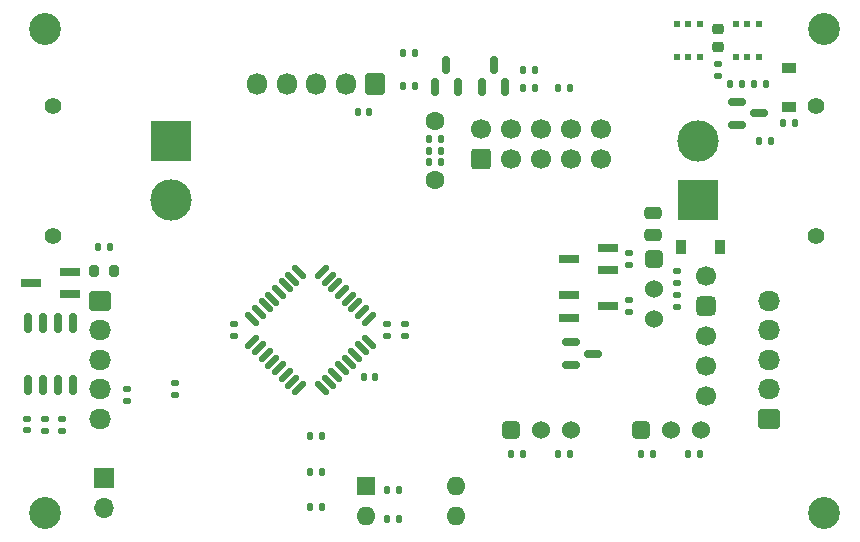
<source format=gbr>
%TF.GenerationSoftware,KiCad,Pcbnew,(6.0.7)*%
%TF.CreationDate,2023-12-12T10:26:36+09:00*%
%TF.ProjectId,Odometry,4f646f6d-6574-4727-992e-6b696361645f,rev?*%
%TF.SameCoordinates,Original*%
%TF.FileFunction,Soldermask,Bot*%
%TF.FilePolarity,Negative*%
%FSLAX46Y46*%
G04 Gerber Fmt 4.6, Leading zero omitted, Abs format (unit mm)*
G04 Created by KiCad (PCBNEW (6.0.7)) date 2023-12-12 10:26:36*
%MOMM*%
%LPD*%
G01*
G04 APERTURE LIST*
G04 Aperture macros list*
%AMRoundRect*
0 Rectangle with rounded corners*
0 $1 Rounding radius*
0 $2 $3 $4 $5 $6 $7 $8 $9 X,Y pos of 4 corners*
0 Add a 4 corners polygon primitive as box body*
4,1,4,$2,$3,$4,$5,$6,$7,$8,$9,$2,$3,0*
0 Add four circle primitives for the rounded corners*
1,1,$1+$1,$2,$3*
1,1,$1+$1,$4,$5*
1,1,$1+$1,$6,$7*
1,1,$1+$1,$8,$9*
0 Add four rect primitives between the rounded corners*
20,1,$1+$1,$2,$3,$4,$5,0*
20,1,$1+$1,$4,$5,$6,$7,0*
20,1,$1+$1,$6,$7,$8,$9,0*
20,1,$1+$1,$8,$9,$2,$3,0*%
G04 Aperture macros list end*
%ADD10C,2.700000*%
%ADD11C,1.600000*%
%ADD12RoundRect,0.250000X-0.675000X0.600000X-0.675000X-0.600000X0.675000X-0.600000X0.675000X0.600000X0*%
%ADD13O,1.850000X1.700000*%
%ADD14R,1.700000X1.700000*%
%ADD15O,1.700000X1.700000*%
%ADD16RoundRect,0.381000X-0.381000X-0.381000X0.381000X-0.381000X0.381000X0.381000X-0.381000X0.381000X0*%
%ADD17C,1.524000*%
%ADD18RoundRect,0.250000X0.675000X-0.600000X0.675000X0.600000X-0.675000X0.600000X-0.675000X-0.600000X0*%
%ADD19C,1.400000*%
%ADD20R,3.500000X3.500000*%
%ADD21C,3.500000*%
%ADD22C,1.700000*%
%ADD23RoundRect,0.425000X-0.425000X-0.425000X0.425000X-0.425000X0.425000X0.425000X-0.425000X0.425000X0*%
%ADD24RoundRect,0.250000X0.600000X0.675000X-0.600000X0.675000X-0.600000X-0.675000X0.600000X-0.675000X0*%
%ADD25O,1.700000X1.850000*%
%ADD26RoundRect,0.381000X0.381000X-0.381000X0.381000X0.381000X-0.381000X0.381000X-0.381000X-0.381000X0*%
%ADD27RoundRect,0.250000X0.600000X-0.600000X0.600000X0.600000X-0.600000X0.600000X-0.600000X-0.600000X0*%
%ADD28R,1.600000X1.600000*%
%ADD29O,1.600000X1.600000*%
%ADD30RoundRect,0.150000X-0.587500X-0.150000X0.587500X-0.150000X0.587500X0.150000X-0.587500X0.150000X0*%
%ADD31RoundRect,0.140000X-0.140000X-0.170000X0.140000X-0.170000X0.140000X0.170000X-0.140000X0.170000X0*%
%ADD32RoundRect,0.135000X0.135000X0.185000X-0.135000X0.185000X-0.135000X-0.185000X0.135000X-0.185000X0*%
%ADD33RoundRect,0.150000X0.150000X-0.587500X0.150000X0.587500X-0.150000X0.587500X-0.150000X-0.587500X0*%
%ADD34RoundRect,0.135000X-0.135000X-0.185000X0.135000X-0.185000X0.135000X0.185000X-0.135000X0.185000X0*%
%ADD35RoundRect,0.140000X-0.170000X0.140000X-0.170000X-0.140000X0.170000X-0.140000X0.170000X0.140000X0*%
%ADD36R,0.900000X1.200000*%
%ADD37R,1.800000X0.800000*%
%ADD38RoundRect,0.135000X-0.185000X0.135000X-0.185000X-0.135000X0.185000X-0.135000X0.185000X0.135000X0*%
%ADD39RoundRect,0.150000X-0.150000X0.675000X-0.150000X-0.675000X0.150000X-0.675000X0.150000X0.675000X0*%
%ADD40RoundRect,0.140000X0.170000X-0.140000X0.170000X0.140000X-0.170000X0.140000X-0.170000X-0.140000X0*%
%ADD41RoundRect,0.135000X0.185000X-0.135000X0.185000X0.135000X-0.185000X0.135000X-0.185000X-0.135000X0*%
%ADD42R,1.200000X0.900000*%
%ADD43RoundRect,0.225000X-0.250000X0.225000X-0.250000X-0.225000X0.250000X-0.225000X0.250000X0.225000X0*%
%ADD44RoundRect,0.140000X0.140000X0.170000X-0.140000X0.170000X-0.140000X-0.170000X0.140000X-0.170000X0*%
%ADD45R,0.620000X0.575000*%
%ADD46RoundRect,0.125000X0.530330X-0.353553X-0.353553X0.530330X-0.530330X0.353553X0.353553X-0.530330X0*%
%ADD47RoundRect,0.125000X0.530330X0.353553X0.353553X0.530330X-0.530330X-0.353553X-0.353553X-0.530330X0*%
%ADD48RoundRect,0.200000X-0.200000X-0.275000X0.200000X-0.275000X0.200000X0.275000X-0.200000X0.275000X0*%
%ADD49RoundRect,0.250000X0.475000X-0.250000X0.475000X0.250000X-0.475000X0.250000X-0.475000X-0.250000X0*%
G04 APERTURE END LIST*
D10*
%TO.C,REF\u002A\u002A*%
X17662500Y-58837500D03*
%TD*%
%TO.C,REF\u002A\u002A*%
X83662500Y-17837500D03*
%TD*%
%TO.C,REF\u002A\u002A*%
X17662500Y-17837500D03*
%TD*%
D11*
%TO.C,C13*%
X50717645Y-30635299D03*
X50717645Y-25635299D03*
%TD*%
D12*
%TO.C,J5*%
X22312500Y-40837500D03*
D13*
X22312500Y-43337500D03*
X22312500Y-45837500D03*
X22312500Y-48337500D03*
X22312500Y-50837500D03*
%TD*%
D14*
%TO.C,JP1*%
X22662500Y-55837500D03*
D15*
X22662500Y-58377500D03*
%TD*%
D10*
%TO.C,REF\u002A\u002A*%
X83662500Y-58837500D03*
%TD*%
D16*
%TO.C,U1*%
X69285500Y-37297500D03*
D17*
X69285500Y-39837500D03*
X69285500Y-42377500D03*
%TD*%
D18*
%TO.C,J6*%
X79012500Y-50837500D03*
D13*
X79012500Y-48337500D03*
X79012500Y-45837500D03*
X79012500Y-43337500D03*
X79012500Y-40837500D03*
%TD*%
D19*
%TO.C,J1*%
X18337500Y-35337500D03*
X18337500Y-24337500D03*
D20*
X28337500Y-27337500D03*
D21*
X28337500Y-32337500D03*
%TD*%
D22*
%TO.C,SW5*%
X73662500Y-48917500D03*
X73662500Y-38757500D03*
D23*
X73662500Y-41297500D03*
D22*
X73662500Y-43837500D03*
X73662500Y-46377500D03*
%TD*%
D24*
%TO.C,J4*%
X45662500Y-22487500D03*
D25*
X43162500Y-22487500D03*
X40662500Y-22487500D03*
X38162500Y-22487500D03*
X35662500Y-22487500D03*
%TD*%
D26*
%TO.C,PA1*%
X68122500Y-51837500D03*
D17*
X70662500Y-51837500D03*
X73202500Y-51837500D03*
%TD*%
D26*
%TO.C,PA6*%
X57122500Y-51837500D03*
D17*
X59662500Y-51837500D03*
X62202500Y-51837500D03*
%TD*%
D27*
%TO.C,J3*%
X54582500Y-28837500D03*
D22*
X54582500Y-26297500D03*
X57122500Y-28837500D03*
X57122500Y-26297500D03*
X59662500Y-28837500D03*
X59662500Y-26297500D03*
X62202500Y-28837500D03*
X62202500Y-26297500D03*
X64742500Y-28837500D03*
X64742500Y-26297500D03*
%TD*%
D19*
%TO.C,J2*%
X82987500Y-35337500D03*
X82987500Y-24337500D03*
D20*
X72987500Y-32337500D03*
D21*
X72987500Y-27337500D03*
%TD*%
D28*
%TO.C,PA7 PB0*%
X44862500Y-56562500D03*
D29*
X44862500Y-59102500D03*
X52482500Y-59102500D03*
X52482500Y-56562500D03*
%TD*%
D30*
%TO.C,Q2*%
X76289965Y-25948230D03*
X76289965Y-24048230D03*
X78164965Y-24998230D03*
%TD*%
D31*
%TO.C,C19*%
X44182500Y-24837500D03*
X45142500Y-24837500D03*
%TD*%
D32*
%TO.C,R11*%
X41172500Y-52337500D03*
X40152500Y-52337500D03*
%TD*%
D33*
%TO.C,Q8*%
X52612500Y-22775000D03*
X50712500Y-22775000D03*
X51662500Y-20900000D03*
%TD*%
D34*
%TO.C,R19*%
X50207645Y-27135299D03*
X51227645Y-27135299D03*
%TD*%
D35*
%TO.C,C10*%
X71162500Y-38357500D03*
X71162500Y-39317500D03*
%TD*%
D32*
%TO.C,R9*%
X41172500Y-58337500D03*
X40152500Y-58337500D03*
%TD*%
D36*
%TO.C,D6*%
X71512500Y-36337500D03*
X74812500Y-36337500D03*
%TD*%
D34*
%TO.C,R5*%
X61152500Y-53837500D03*
X62172500Y-53837500D03*
%TD*%
D37*
%TO.C,Q7*%
X62012500Y-42287500D03*
X62012500Y-40387500D03*
X65312500Y-41337500D03*
%TD*%
D33*
%TO.C,Q5*%
X56612500Y-22775000D03*
X54712500Y-22775000D03*
X55662500Y-20900000D03*
%TD*%
D34*
%TO.C,R29*%
X50207645Y-29135299D03*
X51227645Y-29135299D03*
%TD*%
D38*
%TO.C,R35*%
X17662500Y-50827500D03*
X17662500Y-51847500D03*
%TD*%
D30*
%TO.C,Q6*%
X62225000Y-46287500D03*
X62225000Y-44387500D03*
X64100000Y-45337500D03*
%TD*%
D34*
%TO.C,R33*%
X22152500Y-36337500D03*
X23172500Y-36337500D03*
%TD*%
D38*
%TO.C,R34*%
X24662500Y-48327500D03*
X24662500Y-49347500D03*
%TD*%
D35*
%TO.C,C16*%
X33662500Y-42857500D03*
X33662500Y-43817500D03*
%TD*%
D34*
%TO.C,R1*%
X72152500Y-53837500D03*
X73172500Y-53837500D03*
%TD*%
D32*
%TO.C,R10*%
X41172500Y-55337500D03*
X40152500Y-55337500D03*
%TD*%
D34*
%TO.C,R28*%
X58152500Y-21337500D03*
X59172500Y-21337500D03*
%TD*%
D39*
%TO.C,U3*%
X16257500Y-42712500D03*
X17527500Y-42712500D03*
X18797500Y-42712500D03*
X20067500Y-42712500D03*
X20067500Y-47962500D03*
X18797500Y-47962500D03*
X17527500Y-47962500D03*
X16257500Y-47962500D03*
%TD*%
D40*
%TO.C,C17*%
X46662500Y-43817500D03*
X46662500Y-42857500D03*
%TD*%
D38*
%TO.C,R27*%
X28662500Y-47817501D03*
X28662500Y-48837501D03*
%TD*%
D37*
%TO.C,Q4*%
X65312500Y-36387500D03*
X65312500Y-38287500D03*
X62012500Y-37337500D03*
%TD*%
D34*
%TO.C,R30*%
X47990000Y-19837500D03*
X49010000Y-19837500D03*
%TD*%
D41*
%TO.C,R36*%
X19162500Y-51847500D03*
X19162500Y-50827500D03*
%TD*%
%TO.C,R20*%
X67162500Y-37847500D03*
X67162500Y-36827500D03*
%TD*%
D42*
%TO.C,D2*%
X80662500Y-24487500D03*
X80662500Y-21187500D03*
%TD*%
D43*
%TO.C,C2*%
X74662500Y-17837500D03*
X74662500Y-19387500D03*
%TD*%
D34*
%TO.C,R6*%
X75717465Y-22498230D03*
X76737465Y-22498230D03*
%TD*%
D31*
%TO.C,C14*%
X44682500Y-47337500D03*
X45642500Y-47337500D03*
%TD*%
D32*
%TO.C,R21*%
X59172500Y-22837500D03*
X58152500Y-22837500D03*
%TD*%
D38*
%TO.C,R17*%
X71162500Y-40327500D03*
X71162500Y-41347500D03*
%TD*%
%TO.C,R23*%
X67162500Y-40827500D03*
X67162500Y-41847500D03*
%TD*%
D34*
%TO.C,R15*%
X80152500Y-25837500D03*
X81172500Y-25837500D03*
%TD*%
%TO.C,R7*%
X77717465Y-22498230D03*
X78737465Y-22498230D03*
%TD*%
%TO.C,R24*%
X48029336Y-22634612D03*
X49049336Y-22634612D03*
%TD*%
%TO.C,R4*%
X57142501Y-53837500D03*
X58162501Y-53837500D03*
%TD*%
D38*
%TO.C,R31*%
X48162500Y-42827500D03*
X48162500Y-43847500D03*
%TD*%
D44*
%TO.C,C4*%
X51197645Y-28135299D03*
X50237645Y-28135299D03*
%TD*%
D35*
%TO.C,C18*%
X16162500Y-50857500D03*
X16162500Y-51817500D03*
%TD*%
D45*
%TO.C,Q1*%
X71212500Y-17449500D03*
X72162500Y-17449500D03*
X73112500Y-17449500D03*
X73112500Y-20225500D03*
X72162500Y-20225500D03*
X71212500Y-20225500D03*
%TD*%
D46*
%TO.C,U2*%
X45094570Y-44309772D03*
X44528884Y-44875457D03*
X43963199Y-45441143D03*
X43397514Y-46006828D03*
X42831828Y-46572514D03*
X42266143Y-47138199D03*
X41700457Y-47703884D03*
X41134772Y-48269570D03*
D47*
X39190228Y-48269570D03*
X38624543Y-47703884D03*
X38058857Y-47138199D03*
X37493172Y-46572514D03*
X36927486Y-46006828D03*
X36361801Y-45441143D03*
X35796116Y-44875457D03*
X35230430Y-44309772D03*
D46*
X35230430Y-42365228D03*
X35796116Y-41799543D03*
X36361801Y-41233857D03*
X36927486Y-40668172D03*
X37493172Y-40102486D03*
X38058857Y-39536801D03*
X38624543Y-38971116D03*
X39190228Y-38405430D03*
D47*
X41134772Y-38405430D03*
X41700457Y-38971116D03*
X42266143Y-39536801D03*
X42831828Y-40102486D03*
X43397514Y-40668172D03*
X43963199Y-41233857D03*
X44528884Y-41799543D03*
X45094570Y-42365228D03*
%TD*%
D34*
%TO.C,R8*%
X78152500Y-27337500D03*
X79172500Y-27337500D03*
%TD*%
D45*
%TO.C,Q3*%
X78112500Y-20225500D03*
X77162500Y-20225500D03*
X76212500Y-20225500D03*
X76212500Y-17449500D03*
X77162500Y-17449500D03*
X78112500Y-17449500D03*
%TD*%
D32*
%TO.C,R22*%
X62172500Y-22837500D03*
X61152500Y-22837500D03*
%TD*%
D48*
%TO.C,R32*%
X21837500Y-38337500D03*
X23487500Y-38337500D03*
%TD*%
D37*
%TO.C,Q9*%
X19812500Y-38387500D03*
X19812500Y-40287500D03*
X16512500Y-39337500D03*
%TD*%
D49*
%TO.C,C7*%
X69162500Y-35287500D03*
X69162500Y-33387500D03*
%TD*%
D41*
%TO.C,R2*%
X74662500Y-21847500D03*
X74662500Y-20827500D03*
%TD*%
D32*
%TO.C,R12*%
X47672500Y-56837500D03*
X46652500Y-56837500D03*
%TD*%
D34*
%TO.C,R3*%
X68152500Y-53837500D03*
X69172500Y-53837500D03*
%TD*%
D32*
%TO.C,R14*%
X47672500Y-59337500D03*
X46652500Y-59337500D03*
%TD*%
M02*

</source>
